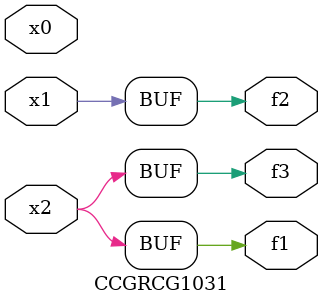
<source format=v>
module CCGRCG1031(
	input x0, x1, x2,
	output f1, f2, f3
);
	assign f1 = x2;
	assign f2 = x1;
	assign f3 = x2;
endmodule

</source>
